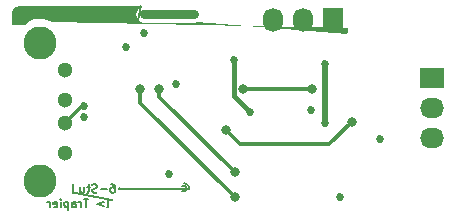
<source format=gbl>
G04 #@! TF.FileFunction,Copper,L2,Bot,Signal*
%FSLAX46Y46*%
G04 Gerber Fmt 4.6, Leading zero omitted, Abs format (unit mm)*
G04 Created by KiCad (PCBNEW (2016-07-14 BZR 6980)-product) date Sunday, 23 April 2017 'PMt' 23:49:01*
%MOMM*%
%LPD*%
G01*
G04 APERTURE LIST*
%ADD10C,0.150000*%
%ADD11C,0.175000*%
%ADD12R,1.727200X2.032000*%
%ADD13O,1.727200X2.032000*%
%ADD14R,2.032000X1.727200*%
%ADD15O,2.032000X1.727200*%
%ADD16C,1.300000*%
%ADD17C,2.800000*%
%ADD18C,0.685800*%
%ADD19C,0.800000*%
%ADD20C,0.400000*%
%ADD21C,0.800000*%
%ADD22C,0.300000*%
%ADD23C,0.500000*%
%ADD24C,0.180000*%
G04 APERTURE END LIST*
D10*
D11*
X162816666Y-95670833D02*
X162883333Y-95637500D01*
X163016666Y-95637500D01*
X163083333Y-95670833D01*
X163150000Y-95737500D01*
X163183333Y-95804166D01*
X163183333Y-95937500D01*
X163150000Y-96004166D01*
X163083333Y-96070833D01*
X163016666Y-96104166D01*
X162883333Y-96104166D01*
X162816666Y-96070833D01*
X162950000Y-95404166D02*
X163116666Y-95437500D01*
X163283333Y-95537500D01*
X163383333Y-95704166D01*
X163416666Y-95870833D01*
X157450000Y-95870833D01*
X157483333Y-95837500D01*
X157550000Y-95804166D01*
X156816666Y-95504166D02*
X156950000Y-95504166D01*
X157016666Y-95537500D01*
X157050000Y-95570833D01*
X157116666Y-95670833D01*
X157150000Y-95804166D01*
X157150000Y-96070833D01*
X157116666Y-96137500D01*
X157083333Y-96170833D01*
X157016666Y-96204166D01*
X156883333Y-96204166D01*
X156816666Y-96170833D01*
X156783333Y-96137500D01*
X156750000Y-96070833D01*
X156750000Y-95904166D01*
X156783333Y-95837500D01*
X156816666Y-95804166D01*
X156883333Y-95770833D01*
X157016666Y-95770833D01*
X157083333Y-95804166D01*
X157116666Y-95837500D01*
X157150000Y-95904166D01*
X156450000Y-95937500D02*
X155916666Y-95937500D01*
X155616666Y-96170833D02*
X155516666Y-96204166D01*
X155350000Y-96204166D01*
X155283333Y-96170833D01*
X155250000Y-96137500D01*
X155216666Y-96070833D01*
X155216666Y-96004166D01*
X155250000Y-95937500D01*
X155283333Y-95904166D01*
X155350000Y-95870833D01*
X155483333Y-95837500D01*
X155550000Y-95804166D01*
X155583333Y-95770833D01*
X155616666Y-95704166D01*
X155616666Y-95637500D01*
X155583333Y-95570833D01*
X155550000Y-95537500D01*
X155483333Y-95504166D01*
X155316666Y-95504166D01*
X155216666Y-95537500D01*
X155016666Y-95737500D02*
X154750000Y-95737500D01*
X154916666Y-95504166D02*
X154916666Y-96104166D01*
X154883333Y-96170833D01*
X154816666Y-96204166D01*
X154750000Y-96204166D01*
X154216666Y-95737500D02*
X154216666Y-96204166D01*
X154516666Y-95737500D02*
X154516666Y-96104166D01*
X154483333Y-96170833D01*
X154416666Y-96204166D01*
X154316666Y-96204166D01*
X154250000Y-96170833D01*
X154216666Y-96137500D01*
X153583333Y-96204166D02*
X153583333Y-95504166D01*
X153583333Y-96170833D02*
X153650000Y-96204166D01*
X153783333Y-96204166D01*
X156883333Y-96795833D01*
X156850000Y-96762500D01*
X156883333Y-96729166D01*
X156883333Y-96795833D01*
X156450000Y-97429166D02*
X156516666Y-97395833D01*
X156550000Y-97329166D01*
X156550000Y-96729166D01*
X156183333Y-96962500D02*
X155650000Y-97162500D01*
X156183333Y-97362500D01*
X154883333Y-96729166D02*
X154483333Y-96729166D01*
X154683333Y-97429166D02*
X154683333Y-96729166D01*
X154250000Y-97429166D02*
X154250000Y-96962500D01*
X154250000Y-97095833D02*
X154216666Y-97029166D01*
X154183333Y-96995833D01*
X154116666Y-96962500D01*
X154050000Y-96962500D01*
X153516666Y-97429166D02*
X153516666Y-97062500D01*
X153550000Y-96995833D01*
X153616666Y-96962500D01*
X153750000Y-96962500D01*
X153816666Y-96995833D01*
X153516666Y-97395833D02*
X153583333Y-97429166D01*
X153750000Y-97429166D01*
X153816666Y-97395833D01*
X153850000Y-97329166D01*
X153850000Y-97262500D01*
X153816666Y-97195833D01*
X153750000Y-97162500D01*
X153583333Y-97162500D01*
X153516666Y-97129166D01*
X153183333Y-96962500D02*
X153183333Y-97662500D01*
X153183333Y-96995833D02*
X153116666Y-96962500D01*
X152983333Y-96962500D01*
X152916666Y-96995833D01*
X152883333Y-97029166D01*
X152850000Y-97095833D01*
X152850000Y-97295833D01*
X152883333Y-97362500D01*
X152916666Y-97395833D01*
X152983333Y-97429166D01*
X153116666Y-97429166D01*
X153183333Y-97395833D01*
X152550000Y-97429166D02*
X152550000Y-96962500D01*
X152550000Y-96729166D02*
X152583333Y-96762500D01*
X152550000Y-96795833D01*
X152516666Y-96762500D01*
X152550000Y-96729166D01*
X152550000Y-96795833D01*
X151950000Y-97395833D02*
X152016666Y-97429166D01*
X152150000Y-97429166D01*
X152216666Y-97395833D01*
X152250000Y-97329166D01*
X152250000Y-97062500D01*
X152216666Y-96995833D01*
X152150000Y-96962500D01*
X152016666Y-96962500D01*
X151950000Y-96995833D01*
X151916666Y-97062500D01*
X151916666Y-97129166D01*
X152250000Y-97195833D01*
X151616666Y-97429166D02*
X151616666Y-96962500D01*
X151616666Y-97095833D02*
X151583333Y-97029166D01*
X151550000Y-96995833D01*
X151483333Y-96962500D01*
X151416666Y-96962500D01*
D12*
X175640000Y-81600000D03*
D13*
X173100000Y-81600000D03*
X170560000Y-81600000D03*
D14*
X184000000Y-86460000D03*
D15*
X184000000Y-89000000D03*
X184000000Y-91540000D03*
D16*
X152900000Y-88350000D03*
X152900000Y-90350000D03*
X152900000Y-92850000D03*
X152900000Y-85850000D03*
D17*
X150800000Y-83500000D03*
X150800000Y-95200000D03*
D18*
X173700000Y-89200000D03*
X162300004Y-87000000D03*
X159600000Y-82700000D03*
X161700000Y-94600000D03*
X176200000Y-96600000D03*
X179600000Y-91700000D03*
X158100000Y-83900000D03*
X168600000Y-89399998D03*
X167200000Y-85000000D03*
X159600000Y-81100000D03*
X163800000Y-81100000D03*
D19*
X159300000Y-87400000D03*
X167300000Y-96600000D03*
X167300000Y-94500000D03*
X160900000Y-87400000D03*
D18*
X174900000Y-90299999D03*
X174900000Y-85300000D03*
D19*
X166500002Y-90900000D03*
X177200000Y-90200000D03*
X168000000Y-87400000D03*
X173800000Y-87400000D03*
D18*
X154500000Y-89792900D03*
X154500000Y-88907100D03*
D20*
X167200000Y-87999998D02*
X168257101Y-89057099D01*
X167200000Y-85000000D02*
X167200000Y-87999998D01*
X168257101Y-89057099D02*
X168600000Y-89399998D01*
D21*
X163800000Y-81100000D02*
X159600000Y-81100000D01*
D22*
X159300000Y-87965685D02*
X159300000Y-87400000D01*
X159300000Y-88600000D02*
X159300000Y-87965685D01*
X167300000Y-96600000D02*
X159300000Y-88600000D01*
X167300000Y-94500000D02*
X160900000Y-88100000D01*
X160900000Y-88100000D02*
X160900000Y-87400000D01*
D23*
X174900000Y-85300000D02*
X174900000Y-90299999D01*
D22*
X177200000Y-90200000D02*
X175300000Y-92100000D01*
X175300000Y-92100000D02*
X167700002Y-92100000D01*
X167700002Y-92100000D02*
X166500002Y-90900000D01*
X173800000Y-87400000D02*
X168000000Y-87400000D01*
X154500000Y-88907100D02*
X154342900Y-88907100D01*
X154342900Y-88907100D02*
X152900000Y-90350000D01*
D24*
G36*
X159316814Y-80416329D02*
X159076741Y-80576741D01*
X158916329Y-80816814D01*
X158860000Y-81100000D01*
X158916329Y-81383186D01*
X159076741Y-81623259D01*
X159316814Y-81783671D01*
X159600000Y-81840000D01*
X163800000Y-81840000D01*
X164083186Y-81783671D01*
X176823872Y-82748661D01*
X176850260Y-82616000D01*
X176850260Y-82265373D01*
X151860838Y-81760869D01*
X151114549Y-81487287D01*
X150320374Y-81520123D01*
X149739162Y-81760869D01*
X149586248Y-82054317D01*
X148415000Y-82054317D01*
X148415000Y-81040874D01*
X148467041Y-80779242D01*
X148592092Y-80592091D01*
X148779241Y-80467042D01*
X149040874Y-80415000D01*
X159323495Y-80415000D01*
X159316814Y-80416329D01*
X159316814Y-80416329D01*
G37*
X159316814Y-80416329D02*
X159076741Y-80576741D01*
X158916329Y-80816814D01*
X158860000Y-81100000D01*
X158916329Y-81383186D01*
X159076741Y-81623259D01*
X159323495Y-80415000D01*
X159316814Y-80416329D01*
M02*

</source>
